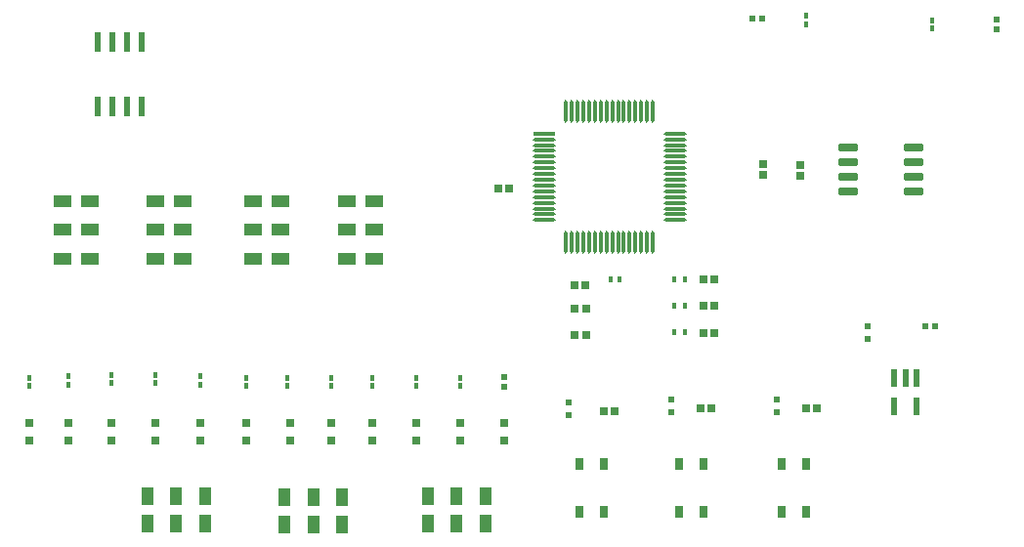
<source format=gtp>
G04*
G04 #@! TF.GenerationSoftware,Altium Limited,Altium Designer,24.2.2 (26)*
G04*
G04 Layer_Color=8421504*
%FSLAX25Y25*%
%MOIN*%
G70*
G04*
G04 #@! TF.SameCoordinates,43AA1BA6-794D-441E-BC0F-4625244E732F*
G04*
G04*
G04 #@! TF.FilePolarity,Positive*
G04*
G01*
G75*
%ADD19R,0.01968X0.02362*%
%ADD20R,0.02362X0.02165*%
%ADD21R,0.02400X0.06400*%
G04:AMPARAMS|DCode=22|XSize=12.3mil|YSize=76.98mil|CornerRadius=6.15mil|HoleSize=0mil|Usage=FLASHONLY|Rotation=0.000|XOffset=0mil|YOffset=0mil|HoleType=Round|Shape=RoundedRectangle|*
%AMROUNDEDRECTD22*
21,1,0.01230,0.06468,0,0,0.0*
21,1,0.00000,0.07698,0,0,0.0*
1,1,0.01230,0.00000,-0.03234*
1,1,0.01230,0.00000,-0.03234*
1,1,0.01230,0.00000,0.03234*
1,1,0.01230,0.00000,0.03234*
%
%ADD22ROUNDEDRECTD22*%
G04:AMPARAMS|DCode=23|XSize=76.98mil|YSize=12.3mil|CornerRadius=6.15mil|HoleSize=0mil|Usage=FLASHONLY|Rotation=0.000|XOffset=0mil|YOffset=0mil|HoleType=Round|Shape=RoundedRectangle|*
%AMROUNDEDRECTD23*
21,1,0.07698,0.00000,0,0,0.0*
21,1,0.06468,0.01230,0,0,0.0*
1,1,0.01230,0.03234,0.00000*
1,1,0.01230,-0.03234,0.00000*
1,1,0.01230,-0.03234,0.00000*
1,1,0.01230,0.03234,0.00000*
%
%ADD23ROUNDEDRECTD23*%
%ADD24R,0.07698X0.01230*%
%ADD25R,0.02165X0.02362*%
%ADD26R,0.01772X0.01968*%
%ADD27R,0.02816X0.02648*%
%ADD28R,0.01772X0.02362*%
%ADD29R,0.02559X0.04134*%
%ADD30R,0.01575X0.01968*%
%ADD31R,0.03150X0.03150*%
%ADD32R,0.03937X0.06299*%
%ADD33R,0.06299X0.03937*%
%ADD34R,0.02100X0.06705*%
G04:AMPARAMS|DCode=35|XSize=25.59mil|YSize=64.96mil|CornerRadius=1.92mil|HoleSize=0mil|Usage=FLASHONLY|Rotation=90.000|XOffset=0mil|YOffset=0mil|HoleType=Round|Shape=RoundedRectangle|*
%AMROUNDEDRECTD35*
21,1,0.02559,0.06112,0,0,90.0*
21,1,0.02175,0.06496,0,0,90.0*
1,1,0.00384,0.03056,0.01088*
1,1,0.00384,0.03056,-0.01088*
1,1,0.00384,-0.03056,-0.01088*
1,1,0.00384,-0.03056,0.01088*
%
%ADD35ROUNDEDRECTD35*%
%ADD36R,0.02648X0.02816*%
D19*
X235000Y54835D02*
D03*
Y59165D02*
D03*
X302000Y79835D02*
D03*
Y84165D02*
D03*
X200000Y58165D02*
D03*
Y53835D02*
D03*
X271000Y59165D02*
D03*
Y54835D02*
D03*
D20*
X325000Y84000D02*
D03*
X321654D02*
D03*
X262827Y189000D02*
D03*
X266173D02*
D03*
D21*
X318740Y66500D02*
D03*
X315000D02*
D03*
X311260D02*
D03*
Y56700D02*
D03*
X318740D02*
D03*
D22*
X199236Y157344D02*
D03*
X201205D02*
D03*
X203173D02*
D03*
X205142D02*
D03*
X207110D02*
D03*
X209079D02*
D03*
X211047D02*
D03*
X213016D02*
D03*
X214984D02*
D03*
X216953D02*
D03*
X218921D02*
D03*
X220890D02*
D03*
X222858D02*
D03*
X224827D02*
D03*
X226795D02*
D03*
X228764D02*
D03*
Y112656D02*
D03*
X226795D02*
D03*
X224827D02*
D03*
X222858D02*
D03*
X220890D02*
D03*
X218921D02*
D03*
X216953D02*
D03*
X214984D02*
D03*
X213016D02*
D03*
X211047D02*
D03*
X209079D02*
D03*
X207110D02*
D03*
X205142D02*
D03*
X203173D02*
D03*
X201205D02*
D03*
X199236D02*
D03*
D23*
X236344Y149764D02*
D03*
Y147795D02*
D03*
Y145827D02*
D03*
Y143858D02*
D03*
Y141890D02*
D03*
Y139921D02*
D03*
Y137953D02*
D03*
Y135984D02*
D03*
Y134016D02*
D03*
Y132047D02*
D03*
Y130079D02*
D03*
Y128110D02*
D03*
Y126142D02*
D03*
Y124173D02*
D03*
Y122205D02*
D03*
Y120236D02*
D03*
X191656D02*
D03*
Y122205D02*
D03*
Y124173D02*
D03*
Y126142D02*
D03*
Y128110D02*
D03*
Y130079D02*
D03*
Y132047D02*
D03*
Y134016D02*
D03*
Y135984D02*
D03*
Y137953D02*
D03*
Y139921D02*
D03*
Y141890D02*
D03*
Y143858D02*
D03*
Y145827D02*
D03*
Y147795D02*
D03*
D24*
Y149764D02*
D03*
D25*
X346000Y185327D02*
D03*
Y188673D02*
D03*
X178000Y63327D02*
D03*
Y66673D02*
D03*
D26*
X324000Y185524D02*
D03*
Y188476D02*
D03*
X29500Y66976D02*
D03*
Y64024D02*
D03*
X281000Y189953D02*
D03*
Y187000D02*
D03*
X133000Y66476D02*
D03*
Y63524D02*
D03*
X119000Y66476D02*
D03*
Y63524D02*
D03*
X104000Y66476D02*
D03*
Y63524D02*
D03*
X90000Y66476D02*
D03*
Y63524D02*
D03*
X74500Y66976D02*
D03*
Y64024D02*
D03*
X59000Y67476D02*
D03*
Y64524D02*
D03*
X44000Y67476D02*
D03*
Y64524D02*
D03*
X16000Y66476D02*
D03*
Y63524D02*
D03*
X163000Y66476D02*
D03*
Y63524D02*
D03*
X148000Y66476D02*
D03*
Y63524D02*
D03*
D27*
X246000Y81601D02*
D03*
X249768D02*
D03*
X246000Y91101D02*
D03*
X249768D02*
D03*
X246116Y100000D02*
D03*
X249884D02*
D03*
X202232Y81000D02*
D03*
X206000D02*
D03*
X202232Y90000D02*
D03*
X206000D02*
D03*
X202116Y98000D02*
D03*
X205884D02*
D03*
X176116Y131000D02*
D03*
X179884D02*
D03*
X281116Y56000D02*
D03*
X284884D02*
D03*
X245116D02*
D03*
X248884D02*
D03*
X212116Y55000D02*
D03*
X215884D02*
D03*
D28*
X239740Y100000D02*
D03*
X236000D02*
D03*
X239740Y82000D02*
D03*
X236000D02*
D03*
X239870Y91000D02*
D03*
X236130D02*
D03*
D29*
X281232Y37169D02*
D03*
Y20831D02*
D03*
X272768Y37169D02*
D03*
Y20831D02*
D03*
X246232Y37169D02*
D03*
Y20831D02*
D03*
X237768Y37169D02*
D03*
Y20831D02*
D03*
X212232Y37169D02*
D03*
Y20831D02*
D03*
X203768Y37169D02*
D03*
Y20831D02*
D03*
D30*
X217575Y100000D02*
D03*
X214425D02*
D03*
D31*
X163000Y44850D02*
D03*
Y51150D02*
D03*
X178000Y44850D02*
D03*
Y51150D02*
D03*
X148000Y44850D02*
D03*
Y51150D02*
D03*
X105000Y44850D02*
D03*
Y51150D02*
D03*
X133000Y44850D02*
D03*
Y51150D02*
D03*
X119000Y44850D02*
D03*
Y51150D02*
D03*
X90000Y44850D02*
D03*
Y51150D02*
D03*
X29500Y44850D02*
D03*
Y51150D02*
D03*
X16000Y44850D02*
D03*
Y51150D02*
D03*
X74500Y44850D02*
D03*
Y51150D02*
D03*
X59000Y44850D02*
D03*
Y51150D02*
D03*
X44000Y44850D02*
D03*
Y51150D02*
D03*
D32*
X152000Y16551D02*
D03*
X161843D02*
D03*
X171685D02*
D03*
X152000Y26000D02*
D03*
X161843D02*
D03*
X171685D02*
D03*
X103157Y16276D02*
D03*
X113000D02*
D03*
X122843D02*
D03*
X103157Y25724D02*
D03*
X113000D02*
D03*
X122843D02*
D03*
X56315Y16551D02*
D03*
X66158D02*
D03*
X76000D02*
D03*
X56315Y26000D02*
D03*
X66158D02*
D03*
X76000D02*
D03*
D33*
X27276Y126842D02*
D03*
Y117000D02*
D03*
Y107158D02*
D03*
X36724Y126842D02*
D03*
Y117000D02*
D03*
Y107158D02*
D03*
X59000Y126842D02*
D03*
Y117000D02*
D03*
Y107158D02*
D03*
X68449Y126842D02*
D03*
Y117000D02*
D03*
Y107158D02*
D03*
X92276Y126842D02*
D03*
Y117000D02*
D03*
Y107158D02*
D03*
X101724Y126842D02*
D03*
Y117000D02*
D03*
Y107158D02*
D03*
X124276Y126842D02*
D03*
Y117000D02*
D03*
Y107158D02*
D03*
X133724Y126842D02*
D03*
Y117000D02*
D03*
Y107158D02*
D03*
D34*
X39500Y158948D02*
D03*
X44500D02*
D03*
X49500D02*
D03*
X54500D02*
D03*
Y181052D02*
D03*
X49500D02*
D03*
X44500D02*
D03*
X39500D02*
D03*
D35*
X295378Y145000D02*
D03*
Y140000D02*
D03*
Y135000D02*
D03*
Y130000D02*
D03*
X317622Y145000D02*
D03*
Y140000D02*
D03*
Y135000D02*
D03*
Y130000D02*
D03*
D36*
X266500Y135616D02*
D03*
Y139384D02*
D03*
X279000Y135232D02*
D03*
Y139000D02*
D03*
M02*

</source>
